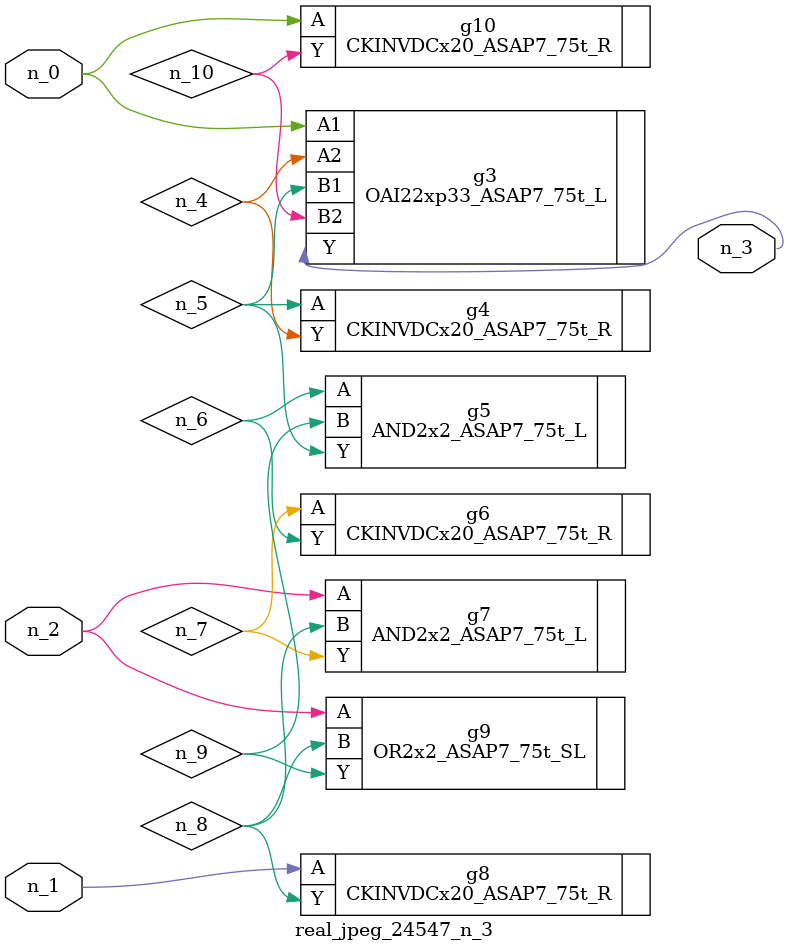
<source format=v>
module real_jpeg_24547_n_3 (n_1, n_0, n_2, n_3);

input n_1;
input n_0;
input n_2;

output n_3;

wire n_5;
wire n_4;
wire n_8;
wire n_6;
wire n_7;
wire n_10;
wire n_9;

OAI22xp33_ASAP7_75t_L g3 ( 
.A1(n_0),
.A2(n_4),
.B1(n_5),
.B2(n_10),
.Y(n_3)
);

CKINVDCx20_ASAP7_75t_R g10 ( 
.A(n_0),
.Y(n_10)
);

CKINVDCx20_ASAP7_75t_R g8 ( 
.A(n_1),
.Y(n_8)
);

AND2x2_ASAP7_75t_L g7 ( 
.A(n_2),
.B(n_8),
.Y(n_7)
);

OR2x2_ASAP7_75t_SL g9 ( 
.A(n_2),
.B(n_8),
.Y(n_9)
);

CKINVDCx20_ASAP7_75t_R g4 ( 
.A(n_5),
.Y(n_4)
);

AND2x2_ASAP7_75t_L g5 ( 
.A(n_6),
.B(n_9),
.Y(n_5)
);

CKINVDCx20_ASAP7_75t_R g6 ( 
.A(n_7),
.Y(n_6)
);


endmodule
</source>
